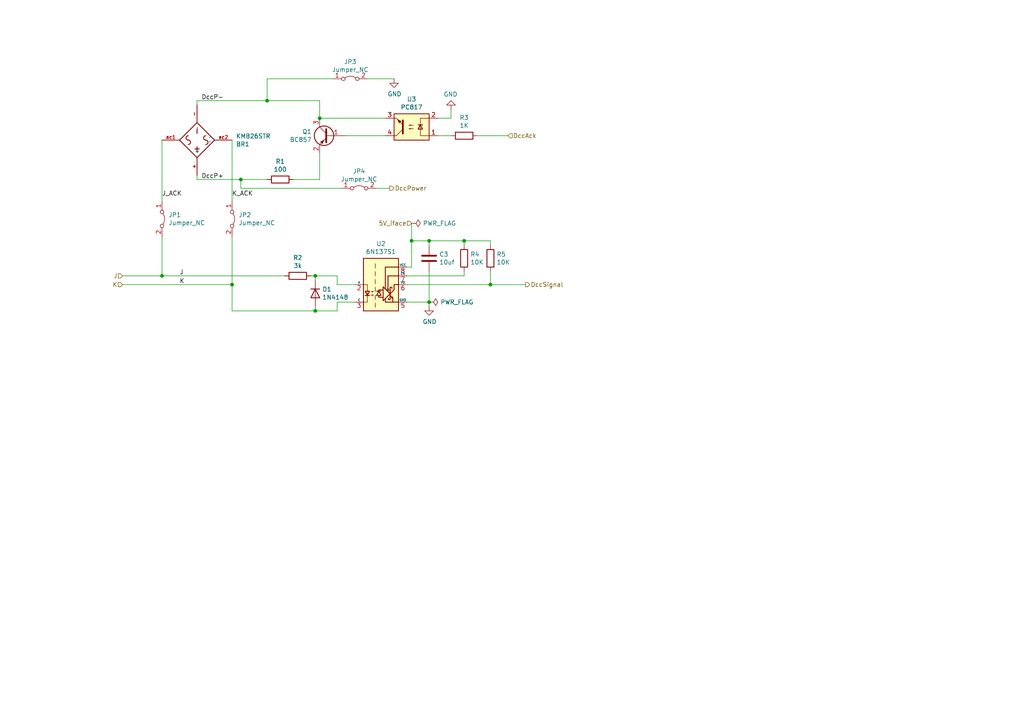
<source format=kicad_sch>
(kicad_sch (version 20211123) (generator eeschema)
  (paper "A4")
  (title_block (date "2021-11-09") (rev "v1.0.0-RC2"))
  (lib_symbols
    (symbol "DB107S:DB107S" (pin_names (offset 1.016))
      (property "Reference" "BR" (at -10.16 15.24 0))
      (property "Value" "DB107S" (at -10.1854 -17.8054 0))
      (symbol "DB107S_0_0"
        (arc (start 0 -2.54) (mid -0.635 -1.905) (end -1.27 -2.54) (stroke (width 0.254)))
        (arc (start 0 -2.54) (mid 0.635 -3.175) (end 1.27 -2.54) (stroke (width 0.254)))
        (polyline (pts (xy -5.08 0) (xy 0 -5.08)) (stroke (width 0.254)))
        (polyline (pts (xy -1.905 0) (xy -3.175 0)) (stroke (width 0.254)))
        (polyline (pts (xy 0 -5.08) (xy 5.08 0)) (stroke (width 0.254)))
        (polyline (pts (xy 0 5.08) (xy -5.08 0)) (stroke (width 0.254)))
        (polyline (pts (xy 1.905 0) (xy 3.175 0)) (stroke (width 0.254)))
        (polyline (pts (xy 2.54 0.635) (xy 2.54 -0.635)) (stroke (width 0.254)))
        (polyline (pts (xy 5.08 0) (xy 0 5.08)) (stroke (width 0.254)))
        (arc (start 0 2.54) (mid -0.635 3.175) (end -1.27 2.54) (stroke (width 0.254)))
        (arc (start 0 2.54) (mid 0.635 1.905) (end 1.27 2.54) (stroke (width 0.254)))
        (pin output line (at 10.16 0 180) (length 5.08) (name "+") (number "+"))
        (pin output line (at -10.16 0 0) (length 5.08) (name "-") (number "-"))
        (pin input line (at 0 10.16 270) (length 5.08) (name "~") (number "ac1"))
        (pin input line (at 0 -10.16 90) (length 5.08) (name "~{.}") (number "ac2"))
      )
    )
    (symbol "Device:C" (pin_numbers hide) (pin_names (offset 0.254))
      (property "Reference" "C" (at 0.635 2.54 0))
      (property "Value" "C" (at 0.635 -2.54 0))
      (symbol "C_0_1"
        (polyline (pts (xy -2.032 -0.762) (xy 2.032 -0.762)) (stroke (width 0.508)))
        (polyline (pts (xy -2.032 0.762) (xy 2.032 0.762)) (stroke (width 0.508)))
      )
      (symbol "C_1_1"
        (pin passive line (at 0 3.81 270) (length 2.794) (name "~") (number "1"))
        (pin passive line (at 0 -3.81 90) (length 2.794) (name "~") (number "2"))
      )
    )
    (symbol "Device:Q_PNP_BEC" (pin_names (offset 0) hide)
      (property "Reference" "Q" (at 5.08 1.27 0))
      (property "Value" "Q_PNP_BEC" (at 5.08 -1.27 0))
      (symbol "Q_PNP_BEC_0_1"
        (polyline (pts (xy 0.635 0.635) (xy 2.54 2.54)))
        (polyline (pts (xy 0.635 -0.635) (xy 2.54 -2.54) (xy 2.54 -2.54)))
        (polyline (pts (xy 0.635 1.905) (xy 0.635 -1.905) (xy 0.635 -1.905)) (stroke (width 0.508)))
        (polyline (pts (xy 2.286 -1.778) (xy 1.778 -2.286) (xy 1.27 -1.27) (xy 2.286 -1.778) (xy 2.286 -1.778)) (fill (type outline)))
        (circle (center 1.27 0) (radius 2.8194) (stroke (width 0.254)))
      )
      (symbol "Q_PNP_BEC_1_1"
        (pin input line (at -5.08 0 0) (length 5.715) (name "B") (number "1"))
        (pin passive line (at 2.54 -5.08 90) (length 2.54) (name "E") (number "2"))
        (pin passive line (at 2.54 5.08 270) (length 2.54) (name "C") (number "3"))
      )
    )
    (symbol "Device:R" (pin_numbers hide) (pin_names (offset 0))
      (property "Reference" "R" (at 2.032 0 90))
      (property "Value" "R" (at 0 0 90))
      (symbol "R_0_1"
        (rectangle (start -1.016 -2.54) (end 1.016 2.54) (stroke (width 0.254)))
      )
      (symbol "R_1_1"
        (pin passive line (at 0 3.81 270) (length 1.27) (name "~") (number "1"))
        (pin passive line (at 0 -3.81 90) (length 1.27) (name "~") (number "2"))
      )
    )
    (symbol "Diode:1N4148" (pin_numbers hide) (pin_names (offset 1.016) hide)
      (property "Reference" "D" (at 0 2.54 0))
      (property "Value" "1N4148" (at 0 -2.54 0))
      (symbol "1N4148_0_1"
        (polyline (pts (xy -1.27 1.27) (xy -1.27 -1.27)) (stroke (width 0.254)))
        (polyline (pts (xy 1.27 0) (xy -1.27 0)))
        (polyline (pts (xy 1.27 1.27) (xy 1.27 -1.27) (xy -1.27 0) (xy 1.27 1.27)) (stroke (width 0.254)))
      )
      (symbol "1N4148_1_1"
        (pin passive line (at -3.81 0 0) (length 2.54) (name "K") (number "1"))
        (pin passive line (at 3.81 0 180) (length 2.54) (name "A") (number "2"))
      )
    )
    (symbol "Isolator:6N137" (pin_names (offset 0))
      (property "Reference" "U" (at -4.064 8.89 0))
      (property "Value" "6N137" (at 0 -8.89 0))
      (symbol "6N137_0_1"
        (polyline (pts (xy 2.667 -3.556) (xy 2.667 -1.651)) (stroke (width 0.254)))
        (polyline (pts (xy 2.667 -2.159) (xy 2.667 -2.921)) (stroke (width 0.254)))
        (polyline (pts (xy 3.429 -3.937) (xy 3.429 -5.08)) (stroke (width 0.254)))
        (polyline (pts (xy -0.635 -3.302) (xy -0.635 -3.683) (xy 0.635 -3.683)) (stroke (width 0.254)))
        (polyline (pts (xy -0.635 -1.905) (xy -0.635 -1.524) (xy 0.508 -1.524)) (stroke (width 0.254)))
        (polyline (pts (xy 1.27 -4.064) (xy 1.27 -5.08) (xy 5.08 -5.08)) (stroke (width 0.254)))
        (polyline (pts (xy 1.27 -1.27) (xy 1.27 5.08) (xy 5.08 5.08)) (stroke (width 0.254)))
        (polyline (pts (xy 2.032 -1.27) (xy 2.032 2.54) (xy 5.08 2.54)) (stroke (width 0.254)))
        (polyline (pts (xy -5.08 -5.08) (xy -3.937 -5.08) (xy -3.937 0) (xy -5.08 0)))
        (polyline (pts (xy 2.667 -3.302) (xy 2.667 -4.318) (xy 2.159 -4.318) (xy 2.159 -3.937)) (stroke (width 0.254)))
        (polyline (pts (xy 2.667 -2.667) (xy 0.635 -4.699) (xy 0.635 -0.635) (xy 2.667 -2.667)) (stroke (width 0.254)))
        (polyline (pts (xy 2.667 -1.778) (xy 2.667 -0.762) (xy 3.175 -0.762) (xy 3.175 -1.143)) (stroke (width 0.254)))
        (polyline (pts (xy 2.794 -2.54) (xy 3.81 -1.524) (xy 3.81 0) (xy 5.08 0)) (stroke (width 0.254)))
        (polyline (pts (xy 2.667 -3.175) (xy 3.429 -3.937) (xy 3.302 -3.556) (xy 3.048 -3.81) (xy 3.429 -3.937)) (stroke (width 0.254)))
        (circle (center 2.032 -1.524) (radius 0.254) (stroke (width 0.254)))
      )
      (symbol "6N137_1_1"
        (rectangle (start -5.08 7.62) (end 5.08 -7.62) (stroke (width 0.254)) (fill (type background)))
        (polyline (pts (xy -4.572 -3.175) (xy -3.302 -3.175)) (stroke (width 0.254)))
        (polyline (pts (xy -1.651 -5.334) (xy -1.651 -6.604)))
        (polyline (pts (xy -1.651 -3.048) (xy -1.651 -4.318)))
        (polyline (pts (xy -1.651 -0.762) (xy -1.651 -2.032)))
        (polyline (pts (xy -1.651 1.524) (xy -1.651 0.254)))
        (polyline (pts (xy -1.651 3.81) (xy -1.651 2.54)))
        (polyline (pts (xy -1.651 6.096) (xy -1.651 4.826)))
        (polyline (pts (xy -1.27 -1.905) (xy 0 -1.905)) (stroke (width 0.254)))
        (polyline (pts (xy -3.937 -3.175) (xy -4.572 -1.905) (xy -3.302 -1.905) (xy -3.937 -3.175)) (stroke (width 0.254)))
        (polyline (pts (xy -0.635 -1.905) (xy -1.27 -3.175) (xy 0 -3.175) (xy -0.635 -1.905)) (stroke (width 0.254)))
        (polyline (pts (xy -2.921 -3.048) (xy -2.159 -3.048) (xy -2.54 -3.175) (xy -2.54 -2.921) (xy -2.159 -3.048)) (stroke (width 0.127)))
        (polyline (pts (xy -2.921 -2.032) (xy -2.159 -2.032) (xy -2.54 -2.159) (xy -2.54 -1.905) (xy -2.159 -2.032)) (stroke (width 0.127)))
        (pin no_connect line (at -5.08 5.08 0) (length 2.54) hide (name "NC") (number "1"))
        (pin passive line (at -7.62 0 0) (length 2.54) (name "A") (number "2"))
        (pin passive line (at -7.62 -5.08 0) (length 2.54) (name "C") (number "3"))
        (pin power_in line (at 7.62 -5.08 180) (length 2.54) (name "GND") (number "5"))
        (pin open_collector line (at 7.62 0 180) (length 2.54) (name "VO") (number "6"))
        (pin input line (at 7.62 2.54 180) (length 2.54) (name "EN") (number "7"))
        (pin power_in line (at 7.62 5.08 180) (length 2.54) (name "VCC") (number "8"))
      )
    )
    (symbol "Isolator:PC817" (pin_names (offset 1.016))
      (property "Reference" "U" (at -5.08 5.08 0))
      (property "Value" "PC817" (at 0 5.08 0))
      (symbol "PC817_0_1"
        (rectangle (start -5.08 3.81) (end 5.08 -3.81) (stroke (width 0.254)) (fill (type background)))
        (polyline (pts (xy -3.175 -0.635) (xy -1.905 -0.635)) (stroke (width 0.254)))
        (polyline (pts (xy 2.54 0.635) (xy 4.445 2.54)))
        (polyline (pts (xy 4.445 -2.54) (xy 2.54 -0.635)) (fill (type outline)))
        (polyline (pts (xy 4.445 -2.54) (xy 5.08 -2.54)))
        (polyline (pts (xy 4.445 2.54) (xy 5.08 2.54)))
        (polyline (pts (xy -5.08 2.54) (xy -2.54 2.54) (xy -2.54 -0.635)))
        (polyline (pts (xy -2.54 -0.635) (xy -2.54 -2.54) (xy -5.08 -2.54)))
        (polyline (pts (xy 2.54 1.905) (xy 2.54 -1.905) (xy 2.54 -1.905)) (stroke (width 0.508)))
        (polyline (pts (xy -2.54 -0.635) (xy -3.175 0.635) (xy -1.905 0.635) (xy -2.54 -0.635)) (stroke (width 0.254)))
        (polyline (pts (xy -0.508 -0.508) (xy 0.762 -0.508) (xy 0.381 -0.635) (xy 0.381 -0.381) (xy 0.762 -0.508)))
        (polyline (pts (xy -0.508 0.508) (xy 0.762 0.508) (xy 0.381 0.381) (xy 0.381 0.635) (xy 0.762 0.508)))
        (polyline (pts (xy 3.048 -1.651) (xy 3.556 -1.143) (xy 4.064 -2.159) (xy 3.048 -1.651) (xy 3.048 -1.651)) (fill (type outline)))
      )
      (symbol "PC817_1_1"
        (pin passive line (at -7.62 2.54 0) (length 2.54) (name "~") (number "1"))
        (pin passive line (at -7.62 -2.54 0) (length 2.54) (name "~") (number "2"))
        (pin passive line (at 7.62 -2.54 180) (length 2.54) (name "~") (number "3"))
        (pin passive line (at 7.62 2.54 180) (length 2.54) (name "~") (number "4"))
      )
    )
    (symbol "Jumper:Jumper_2_Bridged" (pin_names (offset 0) hide)
      (property "Reference" "JP" (at 0 1.905 0))
      (property "Value" "Jumper_2_Bridged" (at 0 -2.54 0))
      (symbol "Jumper_2_Bridged_0_0"
        (circle (center -2.032 0) (radius 0.508))
        (circle (center 2.032 0) (radius 0.508))
      )
      (symbol "Jumper_2_Bridged_0_1"
        (arc (start 1.524 0.254) (mid 0 0.762) (end -1.524 0.254))
      )
      (symbol "Jumper_2_Bridged_1_1"
        (pin passive line (at -5.08 0 0) (length 2.54) (name "A") (number "1"))
        (pin passive line (at 5.08 0 180) (length 2.54) (name "B") (number "2"))
      )
    )
    (symbol "power:GND" (power) (pin_names (offset 0))
      (property "Value" "GND" (at 0 -3.81 0))
      (symbol "GND_0_1"
        (polyline (pts (xy 0 0) (xy 0 -1.27) (xy 1.27 -1.27) (xy 0 -2.54) (xy -1.27 -1.27) (xy 0 -1.27)))
      )
      (symbol "GND_1_1"
        (pin power_in line (at 0 0 270) (length 0) hide (name "GND") (number "1"))
      )
    )
    (symbol "power:PWR_FLAG" (power) (pin_numbers hide) (pin_names (offset 0) hide)
      (property "Value" "PWR_FLAG" (at 0 3.81 0))
      (symbol "PWR_FLAG_0_0"
        (pin power_out line (at 0 0 90) (length 0) (name "pwr") (number "1"))
      )
      (symbol "PWR_FLAG_0_1"
        (polyline (pts (xy 0 0) (xy 0 1.27) (xy -1.016 1.905) (xy 0 2.54) (xy 1.016 1.905) (xy 0 1.27)))
      )
    )
  )
  (junction (at 124.46 87.63))
  (junction (at 46.99 80.01))
  (junction (at 124.46 69.85))
  (junction (at 119.38 69.85))
  (junction (at 91.44 90.17))
  (junction (at 142.24 82.55))
  (junction (at 92.71 34.29))
  (junction (at 134.62 69.85))
  (junction (at 67.31 82.55))
  (junction (at 69.85 52.07))
  (junction (at 91.44 80.01))
  (junction (at 77.47 29.21))
  (wire (pts (xy 97.79 87.63) (xy 102.87 87.63)))
  (wire (pts (xy 46.99 58.42) (xy 46.99 40.64)))
  (wire (pts (xy 92.71 29.21) (xy 92.71 34.29)))
  (wire (pts (xy 90.17 80.01) (xy 91.44 80.01)))
  (wire (pts (xy 46.99 80.01) (xy 35.56 80.01)))
  (wire (pts (xy 57.15 52.07) (xy 69.85 52.07)))
  (wire (pts (xy 142.24 69.85) (xy 142.24 71.12)))
  (wire (pts (xy 91.44 90.17) (xy 97.79 90.17)))
  (wire (pts (xy 92.71 52.07) (xy 92.71 44.45)))
  (wire (pts (xy 134.62 69.85) (xy 142.24 69.85)))
  (wire (pts (xy 57.15 29.21) (xy 77.47 29.21)))
  (wire (pts (xy 96.52 22.86) (xy 77.47 22.86)))
  (wire (pts (xy 57.15 50.8) (xy 57.15 52.07)))
  (wire (pts (xy 130.81 39.37) (xy 127 39.37)))
  (wire (pts (xy 102.87 82.55) (xy 97.79 82.55)))
  (wire (pts (xy 67.31 82.55) (xy 67.31 90.17)))
  (wire (pts (xy 67.31 90.17) (xy 91.44 90.17)))
  (wire (pts (xy 114.3 22.86) (xy 106.68 22.86)))
  (wire (pts (xy 118.11 87.63) (xy 124.46 87.63)))
  (wire (pts (xy 77.47 22.86) (xy 77.47 29.21)))
  (wire (pts (xy 118.11 82.55) (xy 142.24 82.55)))
  (wire (pts (xy 134.62 80.01) (xy 134.62 78.74)))
  (wire (pts (xy 46.99 68.58) (xy 46.99 80.01)))
  (wire (pts (xy 124.46 87.63) (xy 124.46 78.74)))
  (wire (pts (xy 111.76 39.37) (xy 100.33 39.37)))
  (wire (pts (xy 124.46 71.12) (xy 124.46 69.85)))
  (wire (pts (xy 134.62 69.85) (xy 134.62 71.12)))
  (wire (pts (xy 130.81 34.29) (xy 130.81 31.75)))
  (wire (pts (xy 69.85 52.07) (xy 69.85 54.61)))
  (wire (pts (xy 124.46 88.9) (xy 124.46 87.63)))
  (wire (pts (xy 69.85 52.07) (xy 77.47 52.07)))
  (wire (pts (xy 97.79 80.01) (xy 91.44 80.01)))
  (wire (pts (xy 142.24 82.55) (xy 152.4 82.55)))
  (wire (pts (xy 35.56 82.55) (xy 67.31 82.55)))
  (wire (pts (xy 119.38 64.77) (xy 119.38 69.85)))
  (wire (pts (xy 69.85 54.61) (xy 99.06 54.61)))
  (wire (pts (xy 124.46 69.85) (xy 119.38 69.85)))
  (wire (pts (xy 97.79 82.55) (xy 97.79 80.01)))
  (wire (pts (xy 57.15 30.48) (xy 57.15 29.21)))
  (wire (pts (xy 91.44 90.17) (xy 91.44 88.9)))
  (wire (pts (xy 92.71 29.21) (xy 77.47 29.21)))
  (wire (pts (xy 97.79 90.17) (xy 97.79 87.63)))
  (wire (pts (xy 119.38 69.85) (xy 119.38 77.47)))
  (wire (pts (xy 85.09 52.07) (xy 92.71 52.07)))
  (wire (pts (xy 113.03 54.61) (xy 109.22 54.61)))
  (wire (pts (xy 127 34.29) (xy 130.81 34.29)))
  (wire (pts (xy 147.32 39.37) (xy 138.43 39.37)))
  (wire (pts (xy 124.46 69.85) (xy 134.62 69.85)))
  (wire (pts (xy 91.44 80.01) (xy 91.44 81.28)))
  (wire (pts (xy 118.11 77.47) (xy 119.38 77.47)))
  (wire (pts (xy 67.31 82.55) (xy 67.31 68.58)))
  (wire (pts (xy 67.31 40.64) (xy 67.31 58.42)))
  (wire (pts (xy 82.55 80.01) (xy 46.99 80.01)))
  (wire (pts (xy 142.24 78.74) (xy 142.24 82.55)))
  (wire (pts (xy 111.76 34.29) (xy 92.71 34.29)))
  (wire (pts (xy 118.11 80.01) (xy 134.62 80.01)))
  (label "K" (at 52.07 82.55 0))
  (label "J_ACK" (at 46.99 57.15 0))
  (label "DccP+" (at 58.42 52.07 0))
  (label "J" (at 52.07 80.01 0))
  (label "K_ACK" (at 67.31 57.15 0))
  (label "DccP-" (at 58.42 29.21 0))
  (hierarchical_label "DccPower" (shape output) (at 113.03 54.61 0))
  (hierarchical_label "DccSignal" (shape output) (at 152.4 82.55 0))
  (hierarchical_label "DccAck" (shape input) (at 147.32 39.37 0))
  (hierarchical_label "5V_iface" (shape input) (at 119.38 64.77 180))
  (hierarchical_label "K" (shape input) (at 35.56 82.55 180))
  (hierarchical_label "J" (shape input) (at 35.56 80.01 180))
  (symbol (lib_id "Device:Q_PNP_BEC") (at 95.25 39.37 0) (mirror y) (unit 1)
    (property "Reference" "Q1" (at 90.3986 38.2016 0) (effects (justify left)))
    (property "Value" "BC857" (at 90.3986 40.513 0) (effects (justify left)))
    (property "Footprint" "Package_TO_SOT_SMD:SOT-23" (effects hide))
    (property "Datasheet" "http://www.fairchildsemi.com/ds/BC/BC557.pdf" (effects hide))
    (property "LCSC" "C8326" (effects hide))
    (property "Mouser" "771-BC857C235" (effects hide))
    (property "REF" "BC857C,235" (effects hide))
  )
  (symbol (lib_id "Device:R") (at 81.28 52.07 270) (unit 1)
    (property "Reference" "R1" (at 81.28 46.8122 90))
    (property "Value" "100" (at 81.28 49.1236 90))
    (property "Footprint" "Resistor_SMD:R_1206_3216Metric" (effects hide))
    (property "LCSC" "C17901" (effects hide))
    (property "Mouser" "603-AC1206FR-10100RL" (effects hide))
    (property "REF" "AC1206FR-10100RL" (effects hide))
  )
  (symbol (lib_id "Jumper:Jumper_2_Bridged") (at 46.99 63.5 270) (unit 1)
    (property "Reference" "JP1" (at 48.8696 62.3316 90) (effects (justify left)))
    (property "Value" "Jumper_NC" (at 48.8696 64.643 90) (effects (justify left)))
    (property "Footprint" "Jumper:SolderJumper-2_P1.3mm_Bridged_RoundedPad1.0x1.5mm" (effects hide))
  )
  (symbol (lib_id "Jumper:Jumper_2_Bridged") (at 67.31 63.5 270) (unit 1)
    (property "Reference" "JP2" (at 69.1896 62.3316 90) (effects (justify left)))
    (property "Value" "Jumper_NC" (at 69.1896 64.643 90) (effects (justify left)))
    (property "Footprint" "Jumper:SolderJumper-2_P1.3mm_Bridged_RoundedPad1.0x1.5mm" (effects hide))
  )
  (symbol (lib_id "Device:R") (at 86.36 80.01 270) (unit 1)
    (property "Reference" "R2" (at 86.36 74.7522 90))
    (property "Value" "3k" (at 86.36 77.0636 90))
    (property "Footprint" "Resistor_SMD:R_1206_3216Metric" (effects hide))
    (property "LCSC" "C17661" (effects hide))
  )
  (symbol (lib_id "Diode:1N4148") (at 91.44 85.09 270) (unit 1)
    (property "Reference" "D1" (at 93.472 83.9216 90) (effects (justify left)))
    (property "Value" "1N4148" (at 93.472 86.233 90) (effects (justify left)))
    (property "Footprint" "Diode_SMD:D_SOD-323_HandSoldering" (effects hide))
    (property "Datasheet" "https://assets.nexperia.com/documents/data-sheet/1N4148_1N4448.pdf" (effects hide))
    (property "LCSC" "C2128" (effects hide))
    (property "Mouser" "833-1N4148WX-TP" (effects hide))
    (property "REF" "1N4148WX-TP" (effects hide))
  )
  (symbol (lib_id "Isolator:PC817") (at 119.38 36.83 180) (unit 1)
    (property "Reference" "U3" (at 119.38 28.7782 0))
    (property "Value" "PC817" (at 119.38 31.0896 0))
    (property "Footprint" "Package_DIP:SMDIP-4_W9.53mm" (effects hide))
    (property "Datasheet" "http://www.soselectronic.cz/a_info/resource/d/pc817.pdf" (effects hide))
    (property "LCSC" "C106900" (effects hide))
    (property "Mouser" "852-PC817X2NIP1B" (effects hide))
    (property "REF" "PC817X2NIP1B" (effects hide))
  )
  (symbol (lib_id "Isolator:6N137") (at 110.49 82.55 0) (unit 1)
    (property "Reference" "U2" (at 110.49 70.6882 0))
    (property "Value" "6N137S1" (at 110.49 72.9996 0))
    (property "Footprint" "Package_DIP:SMDIP-8_W9.53mm" (effects hide))
    (property "Datasheet" "https://docs.broadcom.com/docs/AV02-0940EN" (effects hide))
    (property "LCSC" "C110020" (effects hide))
    (property "Mouser" "512-6N137SDM" (effects hide))
    (property "REF" "6N137SDM" (effects hide))
  )
  (symbol (lib_id "power:GND") (at 130.81 31.75 180) (unit 1)
    (property "Reference" "#PWR0106" (effects hide))
    (property "Value" "GND" (at 130.683 27.3558 0))
  )
  (symbol (lib_id "power:GND") (at 124.46 88.9 0) (unit 1)
    (property "Reference" "#PWR0107" (effects hide))
    (property "Value" "GND" (at 124.587 93.2942 0))
  )
  (symbol (lib_id "Device:R") (at 134.62 74.93 180) (unit 1)
    (property "Reference" "R4" (at 136.398 73.7616 0) (effects (justify right)))
    (property "Value" "10K" (at 136.398 76.073 0) (effects (justify right)))
    (property "Footprint" "Resistor_SMD:R_1206_3216Metric" (effects hide))
    (property "LCSC" "C17414" (effects hide))
    (property "Mouser" "652-CR1206FX-1002ELF" (effects hide))
    (property "REF" "CR1206-FX-1002ELF" (effects hide))
  )
  (symbol (lib_id "Device:R") (at 134.62 39.37 270) (unit 1)
    (property "Reference" "R3" (at 134.62 34.1122 90))
    (property "Value" "1K" (at 134.62 36.4236 90))
    (property "Footprint" "Resistor_SMD:R_1206_3216Metric" (effects hide))
    (property "LCSC" "C17513" (effects hide))
    (property "Mouser" "652-CR1206FX-1001ELF" (effects hide))
    (property "REF" "CR1206-FX-1001ELF" (effects hide))
  )
  (symbol (lib_id "Device:R") (at 142.24 74.93 180) (unit 1)
    (property "Reference" "R5" (at 144.018 73.7616 0) (effects (justify right)))
    (property "Value" "10K" (at 144.018 76.073 0) (effects (justify right)))
    (property "Footprint" "Resistor_SMD:R_1206_3216Metric" (effects hide))
    (property "LCSC" "C17414" (effects hide))
    (property "Mouser" "652-CR1206FX-1002ELF" (effects hide))
    (property "REF" "CR1206-FX-1002ELF" (effects hide))
  )
  (symbol (lib_id "Device:C") (at 124.46 74.93 0) (unit 1)
    (property "Reference" "C3" (at 127.381 73.7616 0) (effects (justify left)))
    (property "Value" "10uf" (at 127.381 76.073 0) (effects (justify left)))
    (property "Footprint" "Capacitor_SMD:C_1206_3216Metric" (effects hide))
    (property "LCSC" "C15850" (effects hide))
    (property "Farnell" "2803344" (effects hide))
  )
  (symbol (lib_id "Jumper:Jumper_2_Bridged") (at 104.14 54.61 0) (unit 1)
    (property "Reference" "JP4" (at 104.14 49.657 0))
    (property "Value" "Jumper_NC" (at 104.14 51.9684 0))
    (property "Footprint" "Jumper:SolderJumper-2_P1.3mm_Bridged_RoundedPad1.0x1.5mm" (effects hide))
  )
  (symbol (lib_id "power:GND") (at 114.3 22.86 0) (unit 1)
    (property "Reference" "#PWR0108" (effects hide))
    (property "Value" "GND" (at 114.427 27.2542 0))
  )
  (symbol (lib_id "DB107S:DB107S") (at 57.15 40.64 90) (mirror x) (unit 1)
    (property "Reference" "BR1" (at 68.4276 41.8084 90) (effects (justify right)))
    (property "Value" "KMB26STR" (at 68.4276 39.497 90) (effects (justify right)))
    (property "Footprint" "Project:DIOB_KMB26S" (effects hide))
    (property "Datasheet" "http://www.smc-diodes.com/propdf/KMB22S%20THRU%20KMB225S%20N1952%20REV.A.pdf" (effects hide))
    (property "MANUFACTURER" "Rectron Semiconductor" (effects hide))
    (property "REF" "KMB26STR" (effects hide))
  )
  (symbol (lib_id "Jumper:Jumper_2_Bridged") (at 101.6 22.86 0) (unit 1)
    (property "Reference" "JP3" (at 101.6 17.907 0))
    (property "Value" "Jumper_NC" (at 101.6 20.2184 0))
    (property "Footprint" "Jumper:SolderJumper-2_P1.3mm_Bridged_RoundedPad1.0x1.5mm" (effects hide))
  )
  (symbol (lib_id "power:PWR_FLAG") (at 119.38 64.77 270) (unit 1)
    (property "Reference" "#FLG0103" (effects hide))
    (property "Value" "PWR_FLAG" (at 122.6312 64.77 90) (effects (justify left)))
  )
  (symbol (lib_id "power:PWR_FLAG") (at 124.46 87.63 270) (unit 1)
    (property "Reference" "#FLG0104" (effects hide))
    (property "Value" "PWR_FLAG" (at 127.7112 87.63 90) (effects (justify left)))
  )
)
</source>
